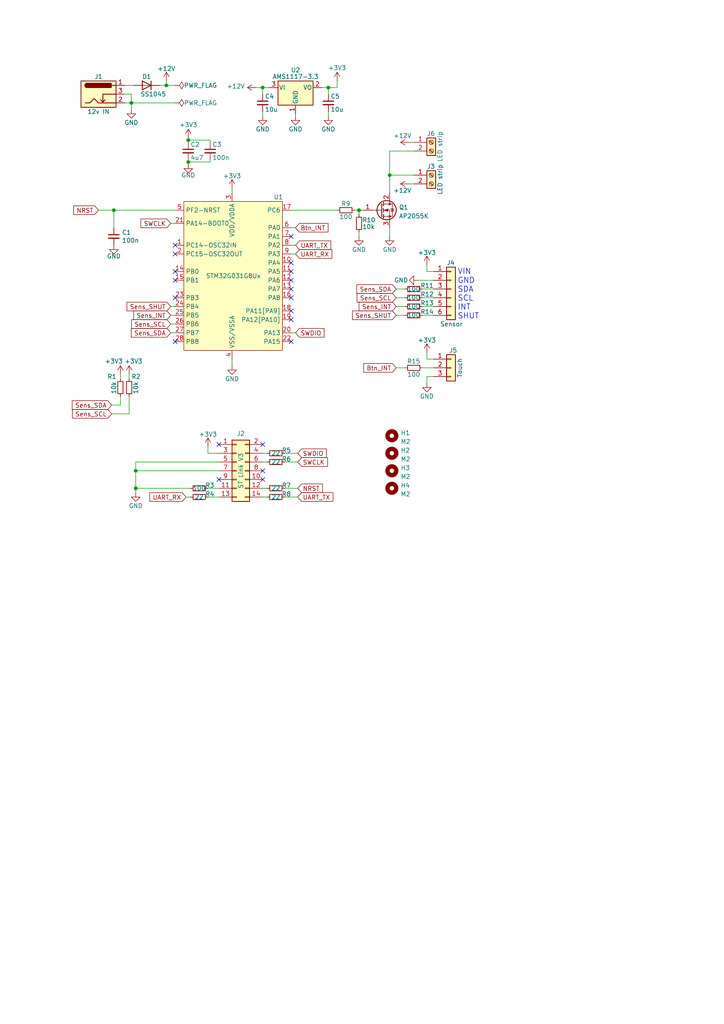
<source format=kicad_sch>
(kicad_sch (version 20211123) (generator eeschema)
  (paper "A4" portrait)
  (title_block (title "DiLight") (date "2022-08-23") (rev "1.0") (company "Anton Mukhin"))
  (lib_symbols
    (symbol "Connector:Barrel_Jack_Switch" (pin_names hide)
      (property "Reference" "J" (at 0 5.334 0))
      (property "Value" "Barrel_Jack_Switch" (at 0 -5.08 0))
      (symbol "Barrel_Jack_Switch_0_1"
        (rectangle (start -5.08 3.81) (end 5.08 -3.81) (stroke (width 0.254)) (fill (type background)))
        (arc (start -3.302 3.175) (mid -3.937 2.54) (end -3.302 1.905) (stroke (width 0.254)))
        (arc (start -3.302 3.175) (mid -3.937 2.54) (end -3.302 1.905) (stroke (width 0.254)) (fill (type outline)))
        (polyline (pts (xy 1.27 -2.286) (xy 1.905 -1.651)) (stroke (width 0.254)))
        (polyline (pts (xy 5.08 2.54) (xy 3.81 2.54)) (stroke (width 0.254)))
        (polyline (pts (xy 5.08 0) (xy 1.27 0) (xy 1.27 -2.286) (xy 0.635 -1.651)) (stroke (width 0.254)))
        (polyline (pts (xy -3.81 -2.54) (xy -2.54 -2.54) (xy -1.27 -1.27) (xy 0 -2.54) (xy 2.54 -2.54) (xy 5.08 -2.54)) (stroke (width 0.254)))
        (rectangle (start 3.683 3.175) (end -3.302 1.905) (stroke (width 0.254)) (fill (type outline)))
      )
      (symbol "Barrel_Jack_Switch_1_1"
        (pin passive line (at 7.62 2.54 180) (length 2.54) (name "~") (number "1"))
        (pin passive line (at 7.62 -2.54 180) (length 2.54) (name "~") (number "2"))
        (pin passive line (at 7.62 0 180) (length 2.54) (name "~") (number "3"))
      )
    )
    (symbol "Connector:Screw_Terminal_01x02" (pin_names (offset 1.016) hide)
      (property "Reference" "J" (at 0 2.54 0))
      (property "Value" "Screw_Terminal_01x02" (at 0 -5.08 0))
      (symbol "Screw_Terminal_01x02_1_1"
        (rectangle (start -1.27 1.27) (end 1.27 -3.81) (stroke (width 0.254)) (fill (type background)))
        (circle (center 0 -2.54) (radius 0.635) (stroke (width 0.1524)))
        (polyline (pts (xy -0.5334 -2.2098) (xy 0.3302 -3.048)) (stroke (width 0.1524)))
        (polyline (pts (xy -0.5334 0.3302) (xy 0.3302 -0.508)) (stroke (width 0.1524)))
        (polyline (pts (xy -0.3556 -2.032) (xy 0.508 -2.8702)) (stroke (width 0.1524)))
        (polyline (pts (xy -0.3556 0.508) (xy 0.508 -0.3302)) (stroke (width 0.1524)))
        (circle (center 0 0) (radius 0.635) (stroke (width 0.1524)))
        (pin passive line (at -5.08 0 0) (length 3.81) (name "Pin_1") (number "1"))
        (pin passive line (at -5.08 -2.54 0) (length 3.81) (name "Pin_2") (number "2"))
      )
    )
    (symbol "Connector_Generic:Conn_01x03" (pin_names (offset 1.016) hide)
      (property "Reference" "J" (at 0 5.08 0))
      (property "Value" "Conn_01x03" (at 0 -5.08 0))
      (symbol "Conn_01x03_1_1"
        (rectangle (start -1.27 -2.413) (end 0 -2.667) (stroke (width 0.1524)))
        (rectangle (start -1.27 0.127) (end 0 -0.127) (stroke (width 0.1524)))
        (rectangle (start -1.27 2.667) (end 0 2.413) (stroke (width 0.1524)))
        (rectangle (start -1.27 3.81) (end 1.27 -3.81) (stroke (width 0.254)) (fill (type background)))
        (pin passive line (at -5.08 2.54 0) (length 3.81) (name "Pin_1") (number "1"))
        (pin passive line (at -5.08 0 0) (length 3.81) (name "Pin_2") (number "2"))
        (pin passive line (at -5.08 -2.54 0) (length 3.81) (name "Pin_3") (number "3"))
      )
    )
    (symbol "Connector_Generic:Conn_01x06" (pin_names (offset 1.016) hide)
      (property "Reference" "J" (at 0 7.62 0))
      (property "Value" "Conn_01x06" (at 0 -10.16 0))
      (symbol "Conn_01x06_1_1"
        (rectangle (start -1.27 -7.493) (end 0 -7.747) (stroke (width 0.1524)))
        (rectangle (start -1.27 -4.953) (end 0 -5.207) (stroke (width 0.1524)))
        (rectangle (start -1.27 -2.413) (end 0 -2.667) (stroke (width 0.1524)))
        (rectangle (start -1.27 0.127) (end 0 -0.127) (stroke (width 0.1524)))
        (rectangle (start -1.27 2.667) (end 0 2.413) (stroke (width 0.1524)))
        (rectangle (start -1.27 5.207) (end 0 4.953) (stroke (width 0.1524)))
        (rectangle (start -1.27 6.35) (end 1.27 -8.89) (stroke (width 0.254)) (fill (type background)))
        (pin passive line (at -5.08 5.08 0) (length 3.81) (name "Pin_1") (number "1"))
        (pin passive line (at -5.08 2.54 0) (length 3.81) (name "Pin_2") (number "2"))
        (pin passive line (at -5.08 0 0) (length 3.81) (name "Pin_3") (number "3"))
        (pin passive line (at -5.08 -2.54 0) (length 3.81) (name "Pin_4") (number "4"))
        (pin passive line (at -5.08 -5.08 0) (length 3.81) (name "Pin_5") (number "5"))
        (pin passive line (at -5.08 -7.62 0) (length 3.81) (name "Pin_6") (number "6"))
      )
    )
    (symbol "Connector_Generic:Conn_02x07_Odd_Even" (pin_names (offset 1.016) hide)
      (property "Reference" "J" (at 1.27 10.16 0))
      (property "Value" "Conn_02x07_Odd_Even" (at 1.27 -10.16 0))
      (symbol "Conn_02x07_Odd_Even_1_1"
        (rectangle (start -1.27 -7.493) (end 0 -7.747) (stroke (width 0.1524)))
        (rectangle (start -1.27 -4.953) (end 0 -5.207) (stroke (width 0.1524)))
        (rectangle (start -1.27 -2.413) (end 0 -2.667) (stroke (width 0.1524)))
        (rectangle (start -1.27 0.127) (end 0 -0.127) (stroke (width 0.1524)))
        (rectangle (start -1.27 2.667) (end 0 2.413) (stroke (width 0.1524)))
        (rectangle (start -1.27 5.207) (end 0 4.953) (stroke (width 0.1524)))
        (rectangle (start -1.27 7.747) (end 0 7.493) (stroke (width 0.1524)))
        (rectangle (start -1.27 8.89) (end 3.81 -8.89) (stroke (width 0.254)) (fill (type background)))
        (rectangle (start 3.81 -7.493) (end 2.54 -7.747) (stroke (width 0.1524)))
        (rectangle (start 3.81 -4.953) (end 2.54 -5.207) (stroke (width 0.1524)))
        (rectangle (start 3.81 -2.413) (end 2.54 -2.667) (stroke (width 0.1524)))
        (rectangle (start 3.81 0.127) (end 2.54 -0.127) (stroke (width 0.1524)))
        (rectangle (start 3.81 2.667) (end 2.54 2.413) (stroke (width 0.1524)))
        (rectangle (start 3.81 5.207) (end 2.54 4.953) (stroke (width 0.1524)))
        (rectangle (start 3.81 7.747) (end 2.54 7.493) (stroke (width 0.1524)))
        (pin passive line (at -5.08 7.62 0) (length 3.81) (name "Pin_1") (number "1"))
        (pin passive line (at 7.62 -2.54 180) (length 3.81) (name "Pin_10") (number "10"))
        (pin passive line (at -5.08 -5.08 0) (length 3.81) (name "Pin_11") (number "11"))
        (pin passive line (at 7.62 -5.08 180) (length 3.81) (name "Pin_12") (number "12"))
        (pin passive line (at -5.08 -7.62 0) (length 3.81) (name "Pin_13") (number "13"))
        (pin passive line (at 7.62 -7.62 180) (length 3.81) (name "Pin_14") (number "14"))
        (pin passive line (at 7.62 7.62 180) (length 3.81) (name "Pin_2") (number "2"))
        (pin passive line (at -5.08 5.08 0) (length 3.81) (name "Pin_3") (number "3"))
        (pin passive line (at 7.62 5.08 180) (length 3.81) (name "Pin_4") (number "4"))
        (pin passive line (at -5.08 2.54 0) (length 3.81) (name "Pin_5") (number "5"))
        (pin passive line (at 7.62 2.54 180) (length 3.81) (name "Pin_6") (number "6"))
        (pin passive line (at -5.08 0 0) (length 3.81) (name "Pin_7") (number "7"))
        (pin passive line (at 7.62 0 180) (length 3.81) (name "Pin_8") (number "8"))
        (pin passive line (at -5.08 -2.54 0) (length 3.81) (name "Pin_9") (number "9"))
      )
    )
    (symbol "Device:C_Small" (pin_numbers hide) (pin_names (offset 0.254) hide)
      (property "Reference" "C" (at 0.254 1.778 0))
      (property "Value" "C_Small" (at 0.254 -2.032 0))
      (symbol "C_Small_0_1"
        (polyline (pts (xy -1.524 -0.508) (xy 1.524 -0.508)) (stroke (width 0.3302)))
        (polyline (pts (xy -1.524 0.508) (xy 1.524 0.508)) (stroke (width 0.3048)))
      )
      (symbol "C_Small_1_1"
        (pin passive line (at 0 2.54 270) (length 2.032) (name "~") (number "1"))
        (pin passive line (at 0 -2.54 90) (length 2.032) (name "~") (number "2"))
      )
    )
    (symbol "Device:D" (pin_numbers hide) (pin_names (offset 1.016) hide)
      (property "Reference" "D" (at 0 2.54 0))
      (property "Value" "D" (at 0 -2.54 0))
      (symbol "D_0_1"
        (polyline (pts (xy -1.27 1.27) (xy -1.27 -1.27)) (stroke (width 0.254)))
        (polyline (pts (xy 1.27 0) (xy -1.27 0)))
        (polyline (pts (xy 1.27 1.27) (xy 1.27 -1.27) (xy -1.27 0) (xy 1.27 1.27)) (stroke (width 0.254)))
      )
      (symbol "D_1_1"
        (pin passive line (at -3.81 0 0) (length 2.54) (name "K") (number "1"))
        (pin passive line (at 3.81 0 180) (length 2.54) (name "A") (number "2"))
      )
    )
    (symbol "Device:Q_NMOS_GDS" (pin_names (offset 0) hide)
      (property "Reference" "Q" (at 5.08 1.27 0))
      (property "Value" "Q_NMOS_GDS" (at 5.08 -1.27 0))
      (symbol "Q_NMOS_GDS_0_1"
        (polyline (pts (xy 0.254 0) (xy -2.54 0)))
        (polyline (pts (xy 0.254 1.905) (xy 0.254 -1.905)) (stroke (width 0.254)))
        (polyline (pts (xy 0.762 -1.27) (xy 0.762 -2.286)) (stroke (width 0.254)))
        (polyline (pts (xy 0.762 0.508) (xy 0.762 -0.508)) (stroke (width 0.254)))
        (polyline (pts (xy 0.762 2.286) (xy 0.762 1.27)) (stroke (width 0.254)))
        (polyline (pts (xy 2.54 2.54) (xy 2.54 1.778)))
        (polyline (pts (xy 2.54 -2.54) (xy 2.54 0) (xy 0.762 0)))
        (polyline (pts (xy 0.762 -1.778) (xy 3.302 -1.778) (xy 3.302 1.778) (xy 0.762 1.778)))
        (polyline (pts (xy 1.016 0) (xy 2.032 0.381) (xy 2.032 -0.381) (xy 1.016 0)) (fill (type outline)))
        (polyline (pts (xy 2.794 0.508) (xy 2.921 0.381) (xy 3.683 0.381) (xy 3.81 0.254)))
        (polyline (pts (xy 3.302 0.381) (xy 2.921 -0.254) (xy 3.683 -0.254) (xy 3.302 0.381)))
        (circle (center 1.651 0) (radius 2.794) (stroke (width 0.254)))
        (circle (center 2.54 -1.778) (radius 0.254) (fill (type outline)))
        (circle (center 2.54 1.778) (radius 0.254) (fill (type outline)))
      )
      (symbol "Q_NMOS_GDS_1_1"
        (pin input line (at -5.08 0 0) (length 2.54) (name "G") (number "1"))
        (pin passive line (at 2.54 5.08 270) (length 2.54) (name "D") (number "2"))
        (pin passive line (at 2.54 -5.08 90) (length 2.54) (name "S") (number "3"))
      )
    )
    (symbol "Device:R_Small" (pin_numbers hide) (pin_names (offset 0.254) hide)
      (property "Reference" "R" (at 0.762 0.508 0))
      (property "Value" "R_Small" (at 0.762 -1.016 0))
      (symbol "R_Small_0_1"
        (rectangle (start -0.762 1.778) (end 0.762 -1.778) (stroke (width 0.2032)))
      )
      (symbol "R_Small_1_1"
        (pin passive line (at 0 2.54 270) (length 0.762) (name "~") (number "1"))
        (pin passive line (at 0 -2.54 90) (length 0.762) (name "~") (number "2"))
      )
    )
    (symbol "Mechanical:MountingHole" (pin_names (offset 1.016))
      (property "Reference" "H" (at 0 5.08 0))
      (property "Value" "MountingHole" (at 0 3.175 0))
      (symbol "MountingHole_0_1"
        (circle (center 0 0) (radius 1.27) (stroke (width 1.27)))
      )
    )
    (symbol "Regulator_Linear:AMS1117-3.3" (pin_names (offset 0.254))
      (property "Reference" "U" (at -3.81 3.175 0))
      (property "Value" "AMS1117-3.3" (at 0 3.175 0))
      (symbol "AMS1117-3.3_0_1"
        (rectangle (start -5.08 -5.08) (end 5.08 1.905) (stroke (width 0.254)) (fill (type background)))
      )
      (symbol "AMS1117-3.3_1_1"
        (pin power_in line (at 0 -7.62 90) (length 2.54) (name "GND") (number "1"))
        (pin power_out line (at 7.62 0 180) (length 2.54) (name "VO") (number "2"))
        (pin power_in line (at -7.62 0 0) (length 2.54) (name "VI") (number "3"))
      )
    )
    (symbol "my_additions:STM32G031G8Ux"
      (property "Reference" "U" (at -13.97 21.59 0))
      (property "Value" "STM32G031G8Ux" (at 1.905 21.59 0))
      (symbol "STM32G031G8Ux_0_1"
        (rectangle (start -13.97 20.32) (end 14.605 -22.86) (fill (type background)))
      )
      (symbol "STM32G031G8Ux_1_1"
        (pin bidirectional line (at -16.51 7.62 0) (length 2.54) (name "PC14-OSC32IN") (number "1"))
        (pin bidirectional line (at 17.145 2.54 180) (length 2.54) (name "PA4") (number "10"))
        (pin bidirectional line (at 17.145 0 180) (length 2.54) (name "PA5") (number "11"))
        (pin bidirectional line (at 17.145 -2.54 180) (length 2.54) (name "PA6") (number "12"))
        (pin bidirectional line (at 17.145 -5.08 180) (length 2.54) (name "PA7") (number "13"))
        (pin bidirectional line (at -16.51 0 0) (length 2.54) (name "PB0") (number "14"))
        (pin bidirectional line (at -16.51 -2.54 0) (length 2.54) (name "PB1") (number "15"))
        (pin bidirectional line (at 17.145 -7.62 180) (length 2.54) (name "PA8") (number "16"))
        (pin bidirectional line (at 17.145 17.78 180) (length 2.54) (name "PC6") (number "17"))
        (pin bidirectional line (at 17.145 -11.43 180) (length 2.54) (name "PA11[PA9]") (number "18"))
        (pin bidirectional line (at 17.145 -13.97 180) (length 2.54) (name "PA12[PA10]") (number "19"))
        (pin bidirectional line (at -16.51 5.08 0) (length 2.54) (name "PC15-OSC32OUT") (number "2"))
        (pin bidirectional line (at 17.145 -17.78 180) (length 2.54) (name "PA13") (number "20"))
        (pin bidirectional line (at -16.51 13.97 0) (length 2.54) (name "PA14-BOOT0") (number "21"))
        (pin bidirectional line (at 17.145 -20.32 180) (length 2.54) (name "PA15") (number "22"))
        (pin bidirectional line (at -16.51 -7.62 0) (length 2.54) (name "PB3") (number "23"))
        (pin bidirectional line (at -16.51 -10.16 0) (length 2.54) (name "PB4") (number "24"))
        (pin bidirectional line (at -16.51 -12.7 0) (length 2.54) (name "PB5") (number "25"))
        (pin bidirectional line (at -16.51 -15.24 0) (length 2.54) (name "PB6") (number "26"))
        (pin bidirectional line (at -16.51 -17.78 0) (length 2.54) (name "PB7") (number "27"))
        (pin bidirectional line (at -16.51 -20.32 0) (length 2.54) (name "PB8") (number "28"))
        (pin power_in line (at 0 22.86 270) (length 2.54) (name "VDD/VDDA") (number "3"))
        (pin power_in line (at 0 -25.4 90) (length 2.54) (name "VSS/VSSA") (number "4"))
        (pin bidirectional line (at -16.51 17.78 0) (length 2.54) (name "PF2-NRST") (number "5"))
        (pin bidirectional line (at 17.145 12.7 180) (length 2.54) (name "PA0") (number "6"))
        (pin bidirectional line (at 17.145 10.16 180) (length 2.54) (name "PA1") (number "7"))
        (pin bidirectional line (at 17.145 7.62 180) (length 2.54) (name "PA2") (number "8"))
        (pin bidirectional line (at 17.145 5.08 180) (length 2.54) (name "PA3") (number "9"))
      )
    )
    (symbol "power:+12V" (power) (pin_names (offset 0))
      (property "Value" "+12V" (at 0 3.556 0))
      (symbol "+12V_0_1"
        (polyline (pts (xy -0.762 1.27) (xy 0 2.54)))
        (polyline (pts (xy 0 0) (xy 0 2.54)))
        (polyline (pts (xy 0 2.54) (xy 0.762 1.27)))
      )
      (symbol "+12V_1_1"
        (pin power_in line (at 0 0 90) (length 0) hide (name "+12V") (number "1"))
      )
    )
    (symbol "power:+3V3" (power) (pin_names (offset 0))
      (property "Value" "+3V3" (at 0 3.556 0))
      (symbol "+3V3_0_1"
        (polyline (pts (xy -0.762 1.27) (xy 0 2.54)))
        (polyline (pts (xy 0 0) (xy 0 2.54)))
        (polyline (pts (xy 0 2.54) (xy 0.762 1.27)))
      )
      (symbol "+3V3_1_1"
        (pin power_in line (at 0 0 90) (length 0) hide (name "+3V3") (number "1"))
      )
    )
    (symbol "power:GND" (power) (pin_names (offset 0))
      (property "Value" "GND" (at 0 -3.81 0))
      (symbol "GND_0_1"
        (polyline (pts (xy 0 0) (xy 0 -1.27) (xy 1.27 -1.27) (xy 0 -2.54) (xy -1.27 -1.27) (xy 0 -1.27)))
      )
      (symbol "GND_1_1"
        (pin power_in line (at 0 0 270) (length 0) hide (name "GND") (number "1"))
      )
    )
    (symbol "power:PWR_FLAG" (power) (pin_numbers hide) (pin_names (offset 0) hide)
      (property "Value" "PWR_FLAG" (at 0 3.81 0))
      (symbol "PWR_FLAG_0_0"
        (pin power_out line (at 0 0 90) (length 0) (name "pwr") (number "1"))
      )
      (symbol "PWR_FLAG_0_1"
        (polyline (pts (xy 0 0) (xy 0 1.27) (xy -1.016 1.905) (xy 0 2.54) (xy 1.016 1.905) (xy 0 1.27)))
      )
    )
  )
  (junction (at 76.2 25.4))
  (junction (at 33.02 60.96))
  (junction (at 113.03 50.8))
  (junction (at 54.61 46.99))
  (junction (at 54.61 40.64))
  (junction (at 39.37 136.525))
  (junction (at 38.1 29.845))
  (junction (at 39.37 141.605))
  (junction (at 104.14 60.96))
  (junction (at 95.25 25.4))
  (junction (at 48.26 24.765))
  (no_connect (at 63.5 139.065))
  (no_connect (at 76.2 139.065))
  (no_connect (at 76.2 136.525))
  (no_connect (at 63.5 128.905))
  (no_connect (at 76.2 128.905))
  (no_connect (at 84.455 81.28))
  (no_connect (at 84.455 78.74))
  (no_connect (at 84.455 90.17))
  (no_connect (at 84.455 86.36))
  (no_connect (at 84.455 83.82))
  (no_connect (at 84.455 68.58))
  (no_connect (at 84.455 76.2))
  (no_connect (at 50.8 73.66))
  (no_connect (at 50.8 71.12))
  (no_connect (at 84.455 92.71))
  (no_connect (at 84.455 99.06))
  (no_connect (at 50.8 81.28))
  (no_connect (at 50.8 86.36))
  (no_connect (at 50.8 78.74))
  (no_connect (at 50.8 99.06))
  (wire (pts (xy 39.37 141.605) (xy 55.245 141.605)))
  (wire (pts (xy 104.14 60.96) (xy 104.14 62.23)))
  (wire (pts (xy 114.935 86.36) (xy 117.475 86.36)))
  (wire (pts (xy 33.02 66.04) (xy 33.02 60.96)))
  (wire (pts (xy 84.455 96.52) (xy 85.725 96.52)))
  (wire (pts (xy 34.925 117.475) (xy 32.385 117.475)))
  (wire (pts (xy 122.555 86.36) (xy 125.73 86.36)))
  (wire (pts (xy 76.2 27.305) (xy 76.2 25.4)))
  (wire (pts (xy 60.325 131.445) (xy 63.5 131.445)))
  (wire (pts (xy 125.73 104.14) (xy 123.825 104.14)))
  (wire (pts (xy 37.465 108.585) (xy 37.465 109.855)))
  (wire (pts (xy 114.935 88.9) (xy 117.475 88.9)))
  (wire (pts (xy 102.87 60.96) (xy 104.14 60.96)))
  (wire (pts (xy 39.37 136.525) (xy 39.37 141.605)))
  (wire (pts (xy 54.61 46.355) (xy 54.61 46.99)))
  (wire (pts (xy 49.53 96.52) (xy 50.8 96.52)))
  (wire (pts (xy 122.555 88.9) (xy 125.73 88.9)))
  (wire (pts (xy 104.14 60.96) (xy 105.41 60.96)))
  (wire (pts (xy 118.745 41.275) (xy 120.015 41.275)))
  (wire (pts (xy 82.55 144.145) (xy 86.36 144.145)))
  (wire (pts (xy 117.475 106.68) (xy 114.935 106.68)))
  (wire (pts (xy 36.195 27.305) (xy 38.1 27.305)))
  (wire (pts (xy 76.2 141.605) (xy 77.47 141.605)))
  (wire (pts (xy 97.79 23.495) (xy 97.79 25.4)))
  (wire (pts (xy 82.55 141.605) (xy 86.36 141.605)))
  (wire (pts (xy 54.61 40.64) (xy 54.61 40.005)))
  (wire (pts (xy 76.2 131.445) (xy 77.47 131.445)))
  (wire (pts (xy 49.53 64.77) (xy 50.8 64.77)))
  (wire (pts (xy 125.73 106.68) (xy 122.555 106.68)))
  (wire (pts (xy 39.37 136.525) (xy 63.5 136.525)))
  (wire (pts (xy 76.2 144.145) (xy 77.47 144.145)))
  (wire (pts (xy 33.02 60.96) (xy 50.8 60.96)))
  (wire (pts (xy 113.03 43.815) (xy 113.03 50.8)))
  (wire (pts (xy 39.37 133.985) (xy 39.37 136.525)))
  (wire (pts (xy 60.325 141.605) (xy 63.5 141.605)))
  (wire (pts (xy 38.1 29.845) (xy 38.1 31.75)))
  (wire (pts (xy 76.2 133.985) (xy 77.47 133.985)))
  (wire (pts (xy 123.825 104.14) (xy 123.825 102.235)))
  (wire (pts (xy 34.925 114.935) (xy 34.925 117.475)))
  (wire (pts (xy 67.31 104.14) (xy 67.31 106.045)))
  (wire (pts (xy 122.555 91.44) (xy 125.73 91.44)))
  (wire (pts (xy 120.015 43.815) (xy 113.03 43.815)))
  (wire (pts (xy 76.2 33.655) (xy 76.2 32.385)))
  (wire (pts (xy 39.37 142.875) (xy 39.37 141.605)))
  (wire (pts (xy 28.575 60.96) (xy 33.02 60.96)))
  (wire (pts (xy 114.935 91.44) (xy 117.475 91.44)))
  (wire (pts (xy 36.195 29.845) (xy 38.1 29.845)))
  (wire (pts (xy 60.96 40.64) (xy 60.96 41.275)))
  (wire (pts (xy 49.53 88.9) (xy 50.8 88.9)))
  (wire (pts (xy 123.825 76.835) (xy 123.825 78.74)))
  (wire (pts (xy 82.55 133.985) (xy 86.36 133.985)))
  (wire (pts (xy 84.455 60.96) (xy 97.79 60.96)))
  (wire (pts (xy 54.61 46.99) (xy 54.61 47.625)))
  (wire (pts (xy 48.26 24.765) (xy 48.26 23.495)))
  (wire (pts (xy 60.96 46.355) (xy 60.96 46.99)))
  (wire (pts (xy 95.25 33.655) (xy 95.25 32.385)))
  (wire (pts (xy 54.61 40.64) (xy 60.96 40.64)))
  (wire (pts (xy 76.2 25.4) (xy 78.105 25.4)))
  (wire (pts (xy 49.53 93.98) (xy 50.8 93.98)))
  (wire (pts (xy 104.14 67.31) (xy 104.14 68.58)))
  (wire (pts (xy 53.975 144.145) (xy 55.245 144.145)))
  (wire (pts (xy 95.25 27.305) (xy 95.25 25.4)))
  (wire (pts (xy 60.96 46.99) (xy 54.61 46.99)))
  (wire (pts (xy 54.61 41.275) (xy 54.61 40.64)))
  (wire (pts (xy 34.925 108.585) (xy 34.925 109.855)))
  (wire (pts (xy 48.26 24.765) (xy 50.8 24.765)))
  (wire (pts (xy 67.31 54.61) (xy 67.31 55.88)))
  (wire (pts (xy 60.325 129.54) (xy 60.325 131.445)))
  (wire (pts (xy 123.825 109.22) (xy 123.825 111.125)))
  (wire (pts (xy 113.03 66.04) (xy 113.03 68.58)))
  (wire (pts (xy 74.295 25.4) (xy 76.2 25.4)))
  (wire (pts (xy 32.385 120.015) (xy 37.465 120.015)))
  (wire (pts (xy 84.455 71.12) (xy 85.725 71.12)))
  (wire (pts (xy 49.53 91.44) (xy 50.8 91.44)))
  (wire (pts (xy 82.55 131.445) (xy 86.36 131.445)))
  (wire (pts (xy 125.73 109.22) (xy 123.825 109.22)))
  (wire (pts (xy 97.79 25.4) (xy 95.25 25.4)))
  (wire (pts (xy 37.465 120.015) (xy 37.465 114.935)))
  (wire (pts (xy 36.195 24.765) (xy 38.735 24.765)))
  (wire (pts (xy 113.03 50.8) (xy 113.03 55.88)))
  (wire (pts (xy 63.5 133.985) (xy 39.37 133.985)))
  (wire (pts (xy 46.355 24.765) (xy 48.26 24.765)))
  (wire (pts (xy 60.325 144.145) (xy 63.5 144.145)))
  (wire (pts (xy 84.455 66.04) (xy 85.725 66.04)))
  (wire (pts (xy 84.455 73.66) (xy 85.725 73.66)))
  (wire (pts (xy 118.745 53.34) (xy 120.015 53.34)))
  (wire (pts (xy 121.285 81.28) (xy 125.73 81.28)))
  (wire (pts (xy 114.935 83.82) (xy 117.475 83.82)))
  (wire (pts (xy 113.03 50.8) (xy 120.015 50.8)))
  (wire (pts (xy 122.555 83.82) (xy 125.73 83.82)))
  (wire (pts (xy 93.345 25.4) (xy 95.25 25.4)))
  (wire (pts (xy 85.725 33.02) (xy 85.725 33.655)))
  (wire (pts (xy 123.825 78.74) (xy 125.73 78.74)))
  (wire (pts (xy 38.1 27.305) (xy 38.1 29.845)))
  (wire (pts (xy 38.1 29.845) (xy 50.8 29.845)))
  (text "VIN\nGND\nSDA\nSCL\nINT\nSHUT" (at 132.715 92.71 0) (effects (font (size 1.6 1.6)) (justify left bottom)))
  (global_label "Sens_SCL" (shape input) (at 32.385 120.015 180) (property "Intersheet References" "${INTERSHEET_REFS}" (effects hide)))
  (global_label "Sens_SCL" (shape input) (at 49.53 93.98 180) (property "Intersheet References" "${INTERSHEET_REFS}" (effects hide)))
  (global_label "Btn_INT" (shape input) (at 114.935 106.68 180) (property "Intersheet References" "${INTERSHEET_REFS}" (effects hide)))
  (global_label "SWDIO" (shape input) (at 86.36 131.445 0) (property "Intersheet References" "${INTERSHEET_REFS}" (effects hide)))
  (global_label "NRST" (shape input) (at 86.36 141.605 0) (property "Intersheet References" "${INTERSHEET_REFS}" (effects hide)))
  (global_label "Sens_SDA" (shape input) (at 49.53 96.52 180) (property "Intersheet References" "${INTERSHEET_REFS}" (effects hide)))
  (global_label "Btn_INT" (shape input) (at 85.725 66.04 0) (property "Intersheet References" "${INTERSHEET_REFS}" (effects hide)))
  (global_label "Sens_SDA" (shape input) (at 114.935 83.82 180) (property "Intersheet References" "${INTERSHEET_REFS}" (effects hide)))
  (global_label "UART_TX" (shape input) (at 86.36 144.145 0) (property "Intersheet References" "${INTERSHEET_REFS}" (effects hide)))
  (global_label "Sens_SHUT" (shape input) (at 49.53 88.9 180) (property "Intersheet References" "${INTERSHEET_REFS}" (effects hide)))
  (global_label "SWCLK" (shape input) (at 49.53 64.77 180) (property "Intersheet References" "${INTERSHEET_REFS}" (effects hide)))
  (global_label "NRST" (shape input) (at 28.575 60.96 180) (property "Intersheet References" "${INTERSHEET_REFS}" (effects hide)))
  (global_label "Sens_SCL" (shape input) (at 114.935 86.36 180) (property "Intersheet References" "${INTERSHEET_REFS}" (effects hide)))
  (global_label "SWDIO" (shape input) (at 85.725 96.52 0) (property "Intersheet References" "${INTERSHEET_REFS}" (effects hide)))
  (global_label "SWCLK" (shape input) (at 86.36 133.985 0) (property "Intersheet References" "${INTERSHEET_REFS}" (effects hide)))
  (global_label "Sens_SDA" (shape input) (at 32.385 117.475 180) (property "Intersheet References" "${INTERSHEET_REFS}" (effects hide)))
  (global_label "Sens_SHUT" (shape input) (at 114.935 91.44 180) (property "Intersheet References" "${INTERSHEET_REFS}" (effects hide)))
  (global_label "Sens_INT" (shape input) (at 49.53 91.44 180) (property "Intersheet References" "${INTERSHEET_REFS}" (effects hide)))
  (global_label "UART_TX" (shape input) (at 85.725 71.12 0) (property "Intersheet References" "${INTERSHEET_REFS}" (effects hide)))
  (global_label "Sens_INT" (shape input) (at 114.935 88.9 180) (property "Intersheet References" "${INTERSHEET_REFS}" (effects hide)))
  (global_label "UART_RX" (shape input) (at 53.975 144.145 180) (property "Intersheet References" "${INTERSHEET_REFS}" (effects hide)))
  (global_label "UART_RX" (shape input) (at 85.725 73.66 0) (property "Intersheet References" "${INTERSHEET_REFS}" (effects hide)))
  (symbol (lib_id "power:+12V") (at 118.745 41.275 90) (unit 1)
    (property "Reference" "#PWR024" (effects hide))
    (property "Value" "+12V" (at 119.38 39.37 90) (effects (justify left)))
  )
  (symbol (lib_id "Device:R_Small") (at 57.785 141.605 270) (mirror x) (unit 1)
    (property "Reference" "R3" (at 60.872 140.7356 90))
    (property "Value" "100" (at 57.785 141.605 90))
    (property "Footprint" "Resistor_SMD:R_0805_2012Metric_Pad1.20x1.40mm_HandSolder" (effects hide))
  )
  (symbol (lib_id "power:GND") (at 104.14 68.58 0) (unit 1)
    (property "Reference" "#PWR017" (effects hide))
    (property "Value" "GND" (at 104.14 72.39 0))
  )
  (symbol (lib_id "power:+12V") (at 48.26 23.495 0) (unit 1)
    (property "Reference" "#PWR06" (effects hide))
    (property "Value" "+12V" (at 48.26 19.9192 0))
  )
  (symbol (lib_id "power:+3V3") (at 60.325 129.54 0) (mirror y) (unit 1)
    (property "Reference" "#PWR09" (effects hide))
    (property "Value" "+3V3" (at 60.325 125.9642 0))
  )
  (symbol (lib_id "power:GND") (at 123.825 111.125 0) (mirror y) (unit 1)
    (property "Reference" "#PWR023" (effects hide))
    (property "Value" "GND" (at 123.825 114.935 0))
  )
  (symbol (lib_id "Device:R_Small") (at 80.01 131.445 270) (mirror x) (unit 1)
    (property "Reference" "R5" (at 83.097 130.5756 90))
    (property "Value" "22" (at 80.01 131.445 90))
    (property "Footprint" "Resistor_SMD:R_0805_2012Metric_Pad1.20x1.40mm_HandSolder" (effects hide))
  )
  (symbol (lib_id "Device:R_Small") (at 80.01 144.145 270) (mirror x) (unit 1)
    (property "Reference" "R8" (at 83.097 143.2756 90))
    (property "Value" "22" (at 80.01 144.145 90))
    (property "Footprint" "Resistor_SMD:R_0805_2012Metric_Pad1.20x1.40mm_HandSolder" (effects hide))
  )
  (symbol (lib_id "power:+3V3") (at 123.825 76.835 0) (unit 1)
    (property "Reference" "#PWR021" (effects hide))
    (property "Value" "+3V3" (at 123.825 73.2592 0))
  )
  (symbol (lib_id "power:+3V3") (at 123.825 102.235 0) (mirror y) (unit 1)
    (property "Reference" "#PWR022" (effects hide))
    (property "Value" "+3V3" (at 123.825 98.6592 0))
  )
  (symbol (lib_id "power:PWR_FLAG") (at 50.8 24.765 270) (unit 1)
    (property "Reference" "#FLG01" (effects hide))
    (property "Value" "PWR_FLAG" (at 53.34 24.765 90) (effects (justify left)))
  )
  (symbol (lib_id "Connector:Screw_Terminal_01x02") (at 125.095 41.275 0) (unit 1)
    (property "Reference" "J6" (at 123.825 38.735 0) (effects (justify left)))
    (property "Value" "LED strip" (at 127.635 46.99 90) (effects (justify left)))
    (property "Footprint" "TerminalBlock_Phoenix:TerminalBlock_Phoenix_PT-1,5-2-5.0-H_1x02_P5.00mm_Horizontal" (effects hide))
  )
  (symbol (lib_id "Device:R_Small") (at 34.925 112.395 0) (unit 1)
    (property "Reference" "R1" (at 31.115 109.22 0) (effects (justify left)))
    (property "Value" "10k" (at 33.02 114.3 90) (effects (justify left)))
    (property "Footprint" "Resistor_SMD:R_0805_2012Metric_Pad1.20x1.40mm_HandSolder" (effects hide))
  )
  (symbol (lib_id "power:GND") (at 33.02 71.12 0) (unit 1)
    (property "Reference" "#PWR01" (effects hide))
    (property "Value" "GND" (at 33.02 74.295 0))
  )
  (symbol (lib_id "power:+3V3") (at 54.61 40.005 0) (unit 1)
    (property "Reference" "#PWR07" (effects hide))
    (property "Value" "+3V3" (at 54.61 36.195 0))
  )
  (symbol (lib_id "power:GND") (at 95.25 33.655 0) (unit 1)
    (property "Reference" "#PWR015" (effects hide))
    (property "Value" "GND" (at 95.25 37.465 0))
  )
  (symbol (lib_id "Device:C_Small") (at 76.2 29.845 0) (unit 1)
    (property "Reference" "C4" (at 76.835 27.94 0) (effects (justify left)))
    (property "Value" "10u" (at 76.835 31.75 0) (effects (justify left)))
    (property "Footprint" "Capacitor_SMD:C_0805_2012Metric_Pad1.18x1.45mm_HandSolder" (effects hide))
  )
  (symbol (lib_id "Device:C_Small") (at 95.25 29.845 0) (unit 1)
    (property "Reference" "C5" (at 95.885 27.94 0) (effects (justify left)))
    (property "Value" "10u" (at 95.885 31.75 0) (effects (justify left)))
    (property "Footprint" "Capacitor_SMD:C_0805_2012Metric_Pad1.18x1.45mm_HandSolder" (effects hide))
  )
  (symbol (lib_id "power:GND") (at 76.2 33.655 0) (unit 1)
    (property "Reference" "#PWR013" (effects hide))
    (property "Value" "GND" (at 76.2 37.465 0))
  )
  (symbol (lib_id "Device:Q_NMOS_GDS") (at 110.49 60.96 0) (unit 1)
    (property "Reference" "Q1" (at 115.697 60.1253 0) (effects (justify left)))
    (property "Value" "AP2055K" (at 115.697 62.6622 0) (effects (justify left)))
    (property "Footprint" "Package_TO_SOT_SMD:TO-252-2" (effects hide))
  )
  (symbol (lib_id "power:+3V3") (at 97.79 23.495 0) (unit 1)
    (property "Reference" "#PWR016" (effects hide))
    (property "Value" "+3V3" (at 97.79 19.685 0))
  )
  (symbol (lib_id "Device:C_Small") (at 54.61 43.815 0) (unit 1)
    (property "Reference" "C2" (at 55.245 41.91 0) (effects (justify left)))
    (property "Value" "4u7" (at 55.245 45.72 0) (effects (justify left)))
    (property "Footprint" "Capacitor_SMD:C_0805_2012Metric_Pad1.18x1.45mm_HandSolder" (effects hide))
  )
  (symbol (lib_id "Device:D") (at 42.545 24.765 0) (mirror y) (unit 1)
    (property "Reference" "D1" (at 42.545 22.225 0))
    (property "Value" "SS1045" (at 44.45 27.305 0))
    (property "Footprint" "Diode_SMD:D_SMB-SMC_Universal_Handsoldering" (effects hide))
  )
  (symbol (lib_id "Device:R_Small") (at 100.33 60.96 90) (unit 1)
    (property "Reference" "R9" (at 100.33 59.055 90))
    (property "Value" "100" (at 100.33 62.865 90))
    (property "Footprint" "Resistor_SMD:R_0805_2012Metric_Pad1.20x1.40mm_HandSolder" (effects hide))
  )
  (symbol (lib_id "Device:R_Small") (at 120.015 88.9 90) (unit 1)
    (property "Reference" "R13" (at 123.8885 87.8835 90))
    (property "Value" "100" (at 120.015 88.9 90))
    (property "Footprint" "Resistor_SMD:R_0805_2012Metric_Pad1.20x1.40mm_HandSolder" (effects hide))
  )
  (symbol (lib_id "Mechanical:MountingHole") (at 113.665 126.365 0) (unit 1)
    (property "Reference" "H1" (at 116.205 125.5303 0) (effects (justify left)))
    (property "Value" "M2" (at 116.205 128.0672 0) (effects (justify left)))
    (property "Footprint" "MountingHole:MountingHole_2.2mm_M2_DIN965" (effects hide))
  )
  (symbol (lib_id "Device:C_Small") (at 60.96 43.815 0) (unit 1)
    (property "Reference" "C3" (at 61.595 41.91 0) (effects (justify left)))
    (property "Value" "100n" (at 61.595 45.72 0) (effects (justify left)))
    (property "Footprint" "Capacitor_SMD:C_0805_2012Metric_Pad1.18x1.45mm_HandSolder" (effects hide))
  )
  (symbol (lib_id "Mechanical:MountingHole") (at 113.665 141.605 0) (unit 1)
    (property "Reference" "H4" (at 116.205 140.7703 0) (effects (justify left)))
    (property "Value" "M2" (at 116.205 143.3072 0) (effects (justify left)))
    (property "Footprint" "MountingHole:MountingHole_2.2mm_M2_DIN965" (effects hide))
  )
  (symbol (lib_id "power:PWR_FLAG") (at 50.8 29.845 270) (unit 1)
    (property "Reference" "#FLG0101" (effects hide))
    (property "Value" "PWR_FLAG" (at 53.34 29.845 90) (effects (justify left)))
  )
  (symbol (lib_id "power:+3V3") (at 37.465 108.585 0) (unit 1)
    (property "Reference" "#PWR03" (effects hide))
    (property "Value" "+3V3" (at 38.735 104.775 0))
  )
  (symbol (lib_id "Device:R_Small") (at 80.01 133.985 270) (mirror x) (unit 1)
    (property "Reference" "R6" (at 83.097 133.1156 90))
    (property "Value" "22" (at 80.01 133.985 90))
    (property "Footprint" "Resistor_SMD:R_0805_2012Metric_Pad1.20x1.40mm_HandSolder" (effects hide))
  )
  (symbol (lib_id "Connector_Generic:Conn_02x07_Odd_Even") (at 68.58 136.525 0) (unit 1)
    (property "Reference" "J2" (at 69.85 125.73 0))
    (property "Value" "ST Link V3" (at 69.85 136.525 90))
    (property "Footprint" "Connector_PinHeader_1.27mm:PinHeader_2x07_P1.27mm_Vertical_SMD" (effects hide))
  )
  (symbol (lib_id "Device:R_Small") (at 80.01 141.605 270) (mirror x) (unit 1)
    (property "Reference" "R7" (at 83.097 140.7356 90))
    (property "Value" "22" (at 80.01 141.605 90))
    (property "Footprint" "Resistor_SMD:R_0805_2012Metric_Pad1.20x1.40mm_HandSolder" (effects hide))
  )
  (symbol (lib_id "Device:R_Small") (at 120.015 83.82 90) (unit 1)
    (property "Reference" "R11" (at 123.8885 82.8035 90))
    (property "Value" "100" (at 120.015 83.82 90))
    (property "Footprint" "Resistor_SMD:R_0805_2012Metric_Pad1.20x1.40mm_HandSolder" (effects hide))
  )
  (symbol (lib_id "power:GND") (at 54.61 47.625 0) (unit 1)
    (property "Reference" "#PWR08" (effects hide))
    (property "Value" "GND" (at 54.61 50.8 0))
  )
  (symbol (lib_id "power:GND") (at 38.1 31.75 0) (unit 1)
    (property "Reference" "#PWR04" (effects hide))
    (property "Value" "GND" (at 38.1 35.56 0))
  )
  (symbol (lib_id "Regulator_Linear:AMS1117-3.3") (at 85.725 25.4 0) (unit 1)
    (property "Reference" "U2" (at 85.725 20.32 0))
    (property "Value" "AMS1117-3.3" (at 85.725 22.225 0))
    (property "Footprint" "Package_TO_SOT_SMD:SOT-223-3_TabPin2" (effects hide))
    (property "Datasheet" "http://www.advanced-monolithic.com/pdf/ds1117.pdf" (effects hide))
  )
  (symbol (lib_id "my_additions:STM32G031G8Ux") (at 67.31 78.74 0) (unit 1)
    (property "Reference" "U1" (at 79.375 57.15 0) (effects (justify left)))
    (property "Value" "STM32G031G8Ux" (at 59.69 80.01 0) (effects (justify left)))
    (property "Footprint" "Package_DFN_QFN:QFN-28_4x4mm_P0.5mm" (effects hide))
    (property "Datasheet" "https://www.st.com/resource/en/datasheet/stm32g031g8.pdf" (effects hide))
  )
  (symbol (lib_id "power:+3V3") (at 67.31 54.61 0) (unit 1)
    (property "Reference" "#PWR010" (effects hide))
    (property "Value" "+3V3" (at 67.31 51.0342 0))
  )
  (symbol (lib_id "power:GND") (at 39.37 142.875 0) (unit 1)
    (property "Reference" "#PWR05" (effects hide))
    (property "Value" "GND" (at 39.37 146.685 0))
  )
  (symbol (lib_id "power:GND") (at 85.725 33.655 0) (unit 1)
    (property "Reference" "#PWR014" (effects hide))
    (property "Value" "GND" (at 85.725 37.465 0))
  )
  (symbol (lib_id "Mechanical:MountingHole") (at 113.665 136.525 0) (unit 1)
    (property "Reference" "H3" (at 116.205 135.6903 0) (effects (justify left)))
    (property "Value" "M2" (at 116.205 138.2272 0) (effects (justify left)))
    (property "Footprint" "MountingHole:MountingHole_2.2mm_M2_DIN965" (effects hide))
  )
  (symbol (lib_id "power:+3V3") (at 34.925 108.585 0) (unit 1)
    (property "Reference" "#PWR02" (effects hide))
    (property "Value" "+3V3" (at 33.02 104.775 0))
  )
  (symbol (lib_id "Mechanical:MountingHole") (at 113.665 131.445 0) (unit 1)
    (property "Reference" "H2" (at 116.205 130.6103 0) (effects (justify left)))
    (property "Value" "M2" (at 116.205 133.1472 0) (effects (justify left)))
    (property "Footprint" "MountingHole:MountingHole_2.2mm_M2_DIN965" (effects hide))
  )
  (symbol (lib_id "power:GND") (at 113.03 68.58 0) (unit 1)
    (property "Reference" "#PWR019" (effects hide))
    (property "Value" "GND" (at 113.03 72.39 0))
  )
  (symbol (lib_id "Device:R_Small") (at 120.015 106.68 270) (mirror x) (unit 1)
    (property "Reference" "R15" (at 120.015 104.775 90))
    (property "Value" "100" (at 120.015 108.585 90))
    (property "Footprint" "Resistor_SMD:R_0805_2012Metric_Pad1.20x1.40mm_HandSolder" (effects hide))
  )
  (symbol (lib_id "power:+12V") (at 74.295 25.4 90) (unit 1)
    (property "Reference" "#PWR012" (effects hide))
    (property "Value" "+12V" (at 71.0438 25.019 90) (effects (justify left)))
  )
  (symbol (lib_id "Connector:Barrel_Jack_Switch") (at 28.575 27.305 0) (unit 1)
    (property "Reference" "J1" (at 28.575 22.225 0))
    (property "Value" "12v IN" (at 28.575 32.385 0))
    (property "Footprint" "Connector_BarrelJack:BarrelJack_Horizontal" (effects hide))
  )
  (symbol (lib_id "Device:R_Small") (at 37.465 112.395 0) (unit 1)
    (property "Reference" "R2" (at 38.1 109.22 0) (effects (justify left)))
    (property "Value" "10k" (at 39.37 114.3 90) (effects (justify left)))
    (property "Footprint" "Resistor_SMD:R_0805_2012Metric_Pad1.20x1.40mm_HandSolder" (effects hide))
  )
  (symbol (lib_id "Device:R_Small") (at 120.015 86.36 90) (unit 1)
    (property "Reference" "R12" (at 123.8885 85.3435 90))
    (property "Value" "100" (at 120.015 86.36 90))
    (property "Footprint" "Resistor_SMD:R_0805_2012Metric_Pad1.20x1.40mm_HandSolder" (effects hide))
  )
  (symbol (lib_id "Device:R_Small") (at 120.015 91.44 90) (unit 1)
    (property "Reference" "R14" (at 123.8885 90.4235 90))
    (property "Value" "100" (at 120.015 91.44 90))
    (property "Footprint" "Resistor_SMD:R_0805_2012Metric_Pad1.20x1.40mm_HandSolder" (effects hide))
  )
  (symbol (lib_id "power:GND") (at 121.285 81.28 270) (unit 1)
    (property "Reference" "#PWR020" (effects hide))
    (property "Value" "GND" (at 114.3 81.28 90) (effects (justify left)))
  )
  (symbol (lib_id "Device:R_Small") (at 104.14 64.77 0) (unit 1)
    (property "Reference" "R10" (at 105.0317 63.781 0) (effects (justify left)))
    (property "Value" "10k" (at 105.0674 65.7453 0) (effects (justify left)))
    (property "Footprint" "Resistor_SMD:R_0805_2012Metric_Pad1.20x1.40mm_HandSolder" (effects hide))
  )
  (symbol (lib_id "Connector:Screw_Terminal_01x02") (at 125.095 50.8 0) (unit 1)
    (property "Reference" "J3" (at 123.825 48.26 0) (effects (justify left)))
    (property "Value" "LED strip" (at 127.635 56.515 90) (effects (justify left)))
    (property "Footprint" "TerminalBlock_Phoenix:TerminalBlock_Phoenix_PT-1,5-2-5.0-H_1x02_P5.00mm_Horizontal" (effects hide))
  )
  (symbol (lib_id "power:+12V") (at 118.745 53.34 90) (unit 1)
    (property "Reference" "#PWR018" (effects hide))
    (property "Value" "+12V" (at 119.38 55.245 90) (effects (justify left)))
  )
  (symbol (lib_id "Connector_Generic:Conn_01x06") (at 130.81 83.82 0) (unit 1)
    (property "Reference" "J4" (at 129.54 76.2 0) (effects (justify left)))
    (property "Value" "Sensor" (at 127.635 93.98 0) (effects (justify left)))
    (property "Footprint" "Connector_PinHeader_2.54mm:PinHeader_1x06_P2.54mm_Vertical" (effects hide))
  )
  (symbol (lib_id "Connector_Generic:Conn_01x03") (at 130.81 106.68 0) (unit 1)
    (property "Reference" "J5" (at 131.445 101.6 0))
    (property "Value" "Touch" (at 133.35 106.68 90))
    (property "Footprint" "Connector_PinHeader_2.54mm:PinHeader_1x03_P2.54mm_Vertical" (effects hide))
  )
  (symbol (lib_id "Device:R_Small") (at 57.785 144.145 270) (mirror x) (unit 1)
    (property "Reference" "R4" (at 60.872 143.2756 90))
    (property "Value" "22" (at 57.785 144.145 90))
    (property "Footprint" "Resistor_SMD:R_0805_2012Metric_Pad1.20x1.40mm_HandSolder" (effects hide))
  )
  (symbol (lib_id "Device:C_Small") (at 33.02 68.58 0) (unit 1)
    (property "Reference" "C1" (at 35.3568 67.4116 0) (effects (justify left)))
    (property "Value" "100n" (at 35.3568 69.723 0) (effects (justify left)))
    (property "Footprint" "Capacitor_SMD:C_0805_2012Metric_Pad1.18x1.45mm_HandSolder" (effects hide))
  )
  (symbol (lib_id "power:GND") (at 67.31 106.045 0) (unit 1)
    (property "Reference" "#PWR011" (effects hide))
    (property "Value" "GND" (at 67.31 109.855 0))
  )
)
</source>
